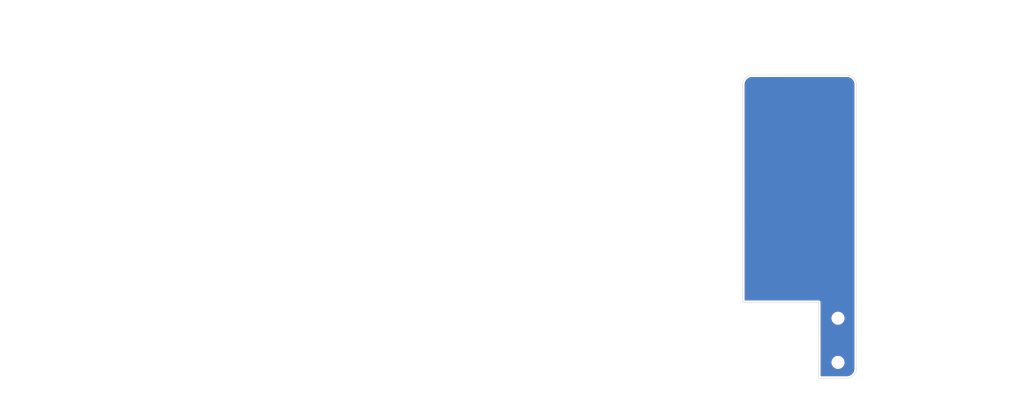
<source format=kicad_pcb>
(kicad_pcb (version 20211014) (generator pcbnew)
  (layers (0 "F.Cu" signal) (31 "B.Cu" signal) (34 "B.Paste" user) (35 "F.Paste" user) (36 "B.SilkS" user "B.Silkscreen") (37 "F.SilkS" user "F.Silkscreen") (38 "B.Mask" user) (39 "F.Mask" user) (44 "Edge.Cuts" user))
  (net 0 "")
  (footprint "Custom:M2 Screw" (layer "F.Cu") (at 173.0713 110.36355)
    (fp_text reference "REF**" hide)
    (fp_text value "M2 Screw")
    (pad "" np_thru_hole circle (at 0 0) (size 2.3 2.3) (drill 2.3) (layers *.Cu *.Mask))
  )
  (footprint "Custom:M2 Screw" (layer "F.Cu") (at 173.0713 121.47605)
    (fp_text reference "REF**" hide)
    (fp_text value "M2 Screw")
    (pad "" np_thru_hole circle (at 0 0) (size 2.3 2.3) (drill 2.3) (layers *.Cu *.Mask))
  )
  (gr_line (start 168.22 125.44) (end 168.21 106.39) (layer "Edge.Cuts") (width 0.1))
  (gr_arc (start 177.687467 123.056217) (mid 176.99 124.74) (end 175.306217 125.437467) (layer "Edge.Cuts") (width 0.1))
  (gr_line (start 149.12 106.39) (end 149.112533 51.623783) (layer "Edge.Cuts") (width 0.1))
  (gr_line (start 168.21 106.39) (end 149.12 106.39) (layer "Edge.Cuts") (width 0.1))
  (gr_line (start 177.687467 123.056217) (end 177.69 51.62625) (layer "Edge.Cuts") (width 0.1))
  (gr_arc (start 149.112533 51.623783) (mid 149.81 49.94) (end 151.493783 49.242533) (layer "Edge.Cuts") (width 0.1))
  (gr_arc (start 175.30875 49.245) (mid 176.992533 49.942467) (end 177.69 51.62625) (layer "Edge.Cuts") (width 0.1))
  (gr_line (start 151.493783 49.242533) (end 175.30875 49.245) (layer "Edge.Cuts") (width 0.1))
  (gr_line (start 175.306217 125.437467) (end 168.22 125.44) (layer "Edge.Cuts") (width 0.1))
  (zone (net 0) (net_name "") (layer "F.Cu") (connect_pads (clearance 0.508)) (min_thickness 0.254) (fill yes (thermal_gap 0.508) (thermal_bridge_width 0.508))
    (polygon (pts (xy 182.5625 130.175) (xy 139.7 129.38125) (xy 141.2875 46.83125) (xy 183.35625 46.83125)))
  )
  (zone (net 0) (net_name "") (layer "B.Cu") (connect_pads (clearance 0.508)) (min_thickness 0.254) (fill yes (thermal_gap 0.508) (thermal_bridge_width 0.508))
    (polygon (pts (xy 182.5625 130.175) (xy 139.7 129.38125) (xy 141.2875 46.83125) (xy 183.35625 46.83125)))
  )
)
</source>
